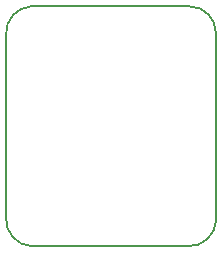
<source format=gko>
%TF.GenerationSoftware,KiCad,Pcbnew,4.0.7*%
%TF.CreationDate,2018-05-06T15:49:40+02:00*%
%TF.ProjectId,BasicModule,42617369634D6F64756C652E6B696361,rev?*%
%TF.FileFunction,Profile,NP*%
%FSLAX46Y46*%
G04 Gerber Fmt 4.6, Leading zero omitted, Abs format (unit mm)*
G04 Created by KiCad (PCBNEW 4.0.7) date 05/06/18 15:49:40*
%MOMM*%
%LPD*%
G01*
G04 APERTURE LIST*
%ADD10C,0.100000*%
%ADD11C,0.127000*%
G04 APERTURE END LIST*
D10*
D11*
X-18796000Y-18669000D02*
X-18796000Y-3175000D01*
X-3429000Y-21082000D02*
X-16637000Y-21082000D01*
X-1016000Y-18923000D02*
X-1016000Y-3048000D01*
X-18796000Y-18669000D02*
G75*
G03X-16637000Y-21082000I2286000J-127000D01*
G01*
X-3429000Y-21082000D02*
G75*
G03X-1016000Y-18923000I127000J2286000D01*
G01*
X-3302000Y-762000D02*
X-16637000Y-762000D01*
X-16637000Y-762000D02*
G75*
G03X-18796000Y-3175000I127000J-2286000D01*
G01*
X-1016000Y-3048000D02*
G75*
G03X-3302000Y-762000I-2286000J0D01*
G01*
M02*

</source>
